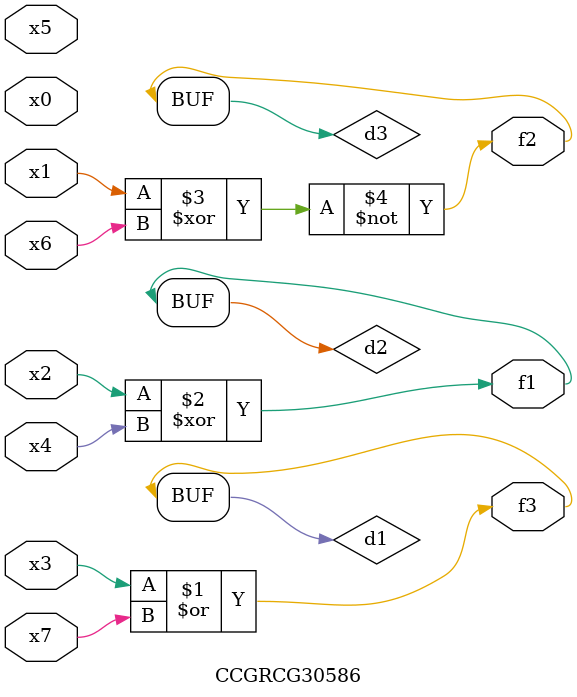
<source format=v>
module CCGRCG30586(
	input x0, x1, x2, x3, x4, x5, x6, x7,
	output f1, f2, f3
);

	wire d1, d2, d3;

	or (d1, x3, x7);
	xor (d2, x2, x4);
	xnor (d3, x1, x6);
	assign f1 = d2;
	assign f2 = d3;
	assign f3 = d1;
endmodule

</source>
